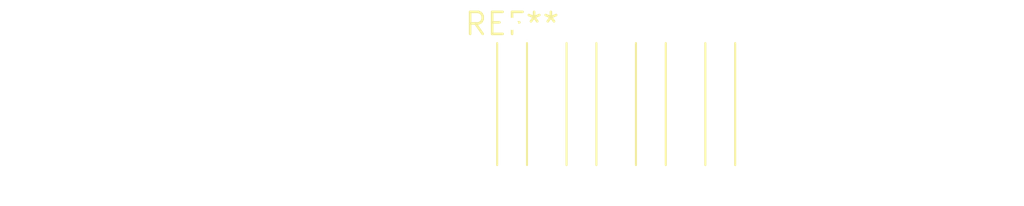
<source format=kicad_pcb>
(kicad_pcb (version 20240108) (generator pcbnew)
  (layers (0 "F.Cu" signal) (31 "B.Cu" signal) (34 "B.Paste" user) (35 "F.Paste" user) (36 "B.SilkS" user "B.Silkscreen") (37 "F.SilkS" user "F.Silkscreen") (38 "B.Mask" user) (39 "F.Mask" user) (44 "Edge.Cuts" user))
  (net 0 "")
  (footprint "SolderWire-0.15sqmm_1x04_P4mm_D0.5mm_OD1.5mm_Relief" (layer "F.Cu") (at 0 0)
    (property "Reference" "REF**")
    (property "Value" "SolderWire-0.15sqmm_1x04_P4mm_D0.5mm_OD1.5mm_Relief")
    (fp_line (start -0.86 1.11) (end -0.86 8.14) (layer "F.SilkS") (stroke (width 0.12)))
    (fp_line (start 0.86 1.11) (end 0.86 8.14) (layer "F.SilkS") (stroke (width 0.12)))
    (fp_line (start 3.14 1.11) (end 3.14 8.14) (layer "F.SilkS") (stroke (width 0.12)))
    (fp_line (start 4.86 1.11) (end 4.86 8.14) (layer "F.SilkS") (stroke (width 0.12)))
    (fp_line (start 7.14 1.11) (end 7.14 8.14) (layer "F.SilkS") (stroke (width 0.12)))
    (fp_line (start 8.86 1.11) (end 8.86 8.14) (layer "F.SilkS") (stroke (width 0.12)))
    (fp_line (start 11.14 1.11) (end 11.14 8.14) (layer "F.SilkS") (stroke (width 0.12)))
    (fp_line (start 12.86 1.11) (end 12.86 8.14) (layer "F.SilkS") (stroke (width 0.12)))
    (pad "" np_thru_hole circle (at 0 9) (size 2 2) (drill 2) (layers *.Cu *.Mask))
    (pad "" np_thru_hole circle (at 4 9) (size 2 2) (drill 2) (layers *.Cu *.Mask))
    (pad "" np_thru_hole circle (at 8 9) (size 2 2) (drill 2) (layers *.Cu *.Mask))
    (pad "" np_thru_hole circle (at 12 9) (size 2 2) (drill 2) (layers *.Cu *.Mask))
    (pad "1" thru_hole roundrect (at 0 0) (size 1.7 1.7) (drill 0.7) (layers *.Cu *.Mask) (remove_unused_layers) (roundrect_rratio 0.147059))
    (pad "2" thru_hole circle (at 4 0) (size 1.7 1.7) (drill 0.7) (layers *.Cu *.Mask) (remove_unused_layers))
    (pad "3" thru_hole circle (at 8 0) (size 1.7 1.7) (drill 0.7) (layers *.Cu *.Mask) (remove_unused_layers))
    (pad "4" thru_hole circle (at 12 0) (size 1.7 1.7) (drill 0.7) (layers *.Cu *.Mask) (remove_unused_layers))
  )
)
</source>
